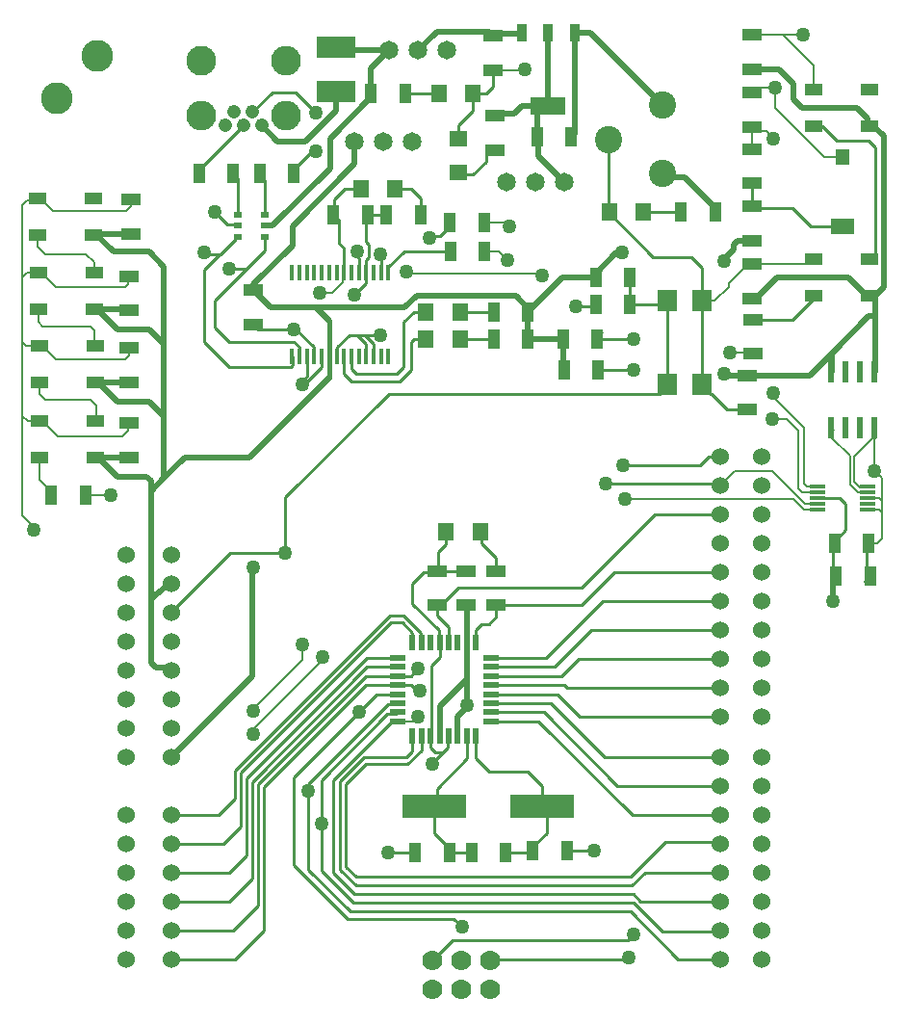
<source format=gtl>
G04*
G04 #@! TF.GenerationSoftware,Altium Limited,Altium Designer,19.1.7 (138)*
G04*
G04 Layer_Physical_Order=1*
G04 Layer_Color=255*
%FSLAX25Y25*%
%MOIN*%
G70*
G01*
G75*
%ADD10C,0.01000*%
%ADD13C,0.00600*%
%ADD17R,0.04400X0.07100*%
%ADD18R,0.02200X0.07800*%
%ADD19R,0.05906X0.03937*%
%ADD20R,0.05787X0.01181*%
%ADD21R,0.05709X0.01181*%
%ADD22R,0.07100X0.04400*%
%ADD23R,0.01370X0.05500*%
%ADD24R,0.13386X0.07480*%
%ADD25R,0.07874X0.05512*%
%ADD26R,0.04724X0.05512*%
%ADD27R,0.05500X0.06300*%
%ADD28R,0.02756X0.02000*%
%ADD29R,0.06300X0.05500*%
%ADD30R,0.12200X0.06300*%
%ADD31R,0.03300X0.06300*%
%ADD32R,0.22047X0.08268*%
%ADD33R,0.05800X0.02000*%
%ADD34R,0.02000X0.05800*%
%ADD35R,0.06693X0.07480*%
%ADD64C,0.02000*%
%ADD65C,0.01500*%
%ADD66C,0.04756*%
%ADD67O,0.10299X0.10299*%
%ADD68C,0.10299*%
%ADD69C,0.06496*%
%ADD70C,0.09449*%
%ADD71C,0.11024*%
%ADD72C,0.07000*%
%ADD73C,0.06000*%
%ADD74C,0.05000*%
D10*
X65500Y33000D02*
Y82500D01*
X55407Y22907D02*
X65500Y33000D01*
X33593Y22907D02*
X55407D01*
X146000Y141500D02*
Y145500D01*
X143500Y139000D02*
X146000Y141500D01*
X141000Y139000D02*
X143500D01*
X120000Y133407D02*
Y136000D01*
X114000Y142000D02*
X120000Y136000D01*
X109172Y142000D02*
X114000D01*
X117000Y132507D02*
Y136000D01*
X113500Y139500D02*
X117000Y136000D01*
X109500Y139500D02*
X113500D01*
X57500Y87500D02*
X109500Y139500D01*
X114175Y268000D02*
X130200D01*
X108634Y262459D02*
X114175Y268000D01*
X216500Y194000D02*
X219500Y197000D01*
X190000Y194000D02*
X216500D01*
X45727Y266773D02*
X50273D01*
X45000Y261500D02*
X50273Y266773D01*
X45000Y236500D02*
Y261500D01*
X65801Y268301D02*
Y273035D01*
X48500Y251000D02*
X65801Y268301D01*
X48500Y241500D02*
Y251000D01*
X43200Y296200D02*
X58500Y311500D01*
X43200Y295000D02*
Y296200D01*
X219500Y197000D02*
X223500D01*
X193407Y237407D02*
X193500Y237500D01*
X33500Y23000D02*
X33593Y22907D01*
X119407Y115907D02*
X119500Y116000D01*
X123500Y100307D02*
Y124500D01*
X123300Y100107D02*
X123500Y100307D01*
Y124500D02*
X126500Y127500D01*
X118593Y115907D02*
X119407D01*
X116593Y117907D02*
X118593Y115907D01*
X116507Y121007D02*
X119000Y123500D01*
X111800Y117907D02*
X116593D01*
X111800Y121007D02*
X116507D01*
X262500Y167000D02*
X267000Y171500D01*
X262500Y155000D02*
Y167000D01*
X274300Y155500D02*
Y167000D01*
X52724Y277276D02*
X56148D01*
X48500Y281500D02*
X52724Y277276D01*
X56270Y273035D02*
X56648D01*
X50385Y266773D02*
X55770Y272158D01*
Y272535D01*
X45000Y267500D02*
X45727Y266773D01*
X53500Y262000D02*
X59000D01*
X55770Y272535D02*
X56270Y273035D01*
X56148Y277276D02*
X56648Y276776D01*
X225949Y213200D02*
X234800D01*
X125500Y157300D02*
X135500D01*
X79500Y222000D02*
X85500Y228000D01*
X79000Y222000D02*
X79500D01*
X79000D02*
Y223191D01*
X80484Y224675D01*
Y231606D01*
X85500Y228000D02*
Y231504D01*
X100957Y256957D02*
Y260394D01*
X97000Y253000D02*
X100957Y256957D01*
X90905Y234789D02*
X95117Y239000D01*
X90905Y231791D02*
Y234789D01*
X76000Y86000D02*
X98500Y108500D01*
X76000Y55500D02*
Y86000D01*
Y55500D02*
X94500Y37000D01*
X85500Y70000D02*
Y85028D01*
Y53500D02*
Y70000D01*
X81000Y54000D02*
Y81375D01*
Y83628D01*
Y54000D02*
X95500Y39500D01*
X81000Y83628D02*
X108479Y111107D01*
X85500Y85028D02*
X108379Y107907D01*
X85500Y53500D02*
X96500Y42500D01*
X209000Y23000D02*
X223500D01*
X192500Y39500D02*
X209000Y23000D01*
X95500Y39500D02*
X192500D01*
X53875Y163500D02*
X73000D01*
X33500Y143125D02*
X53875Y163500D01*
X73000D02*
Y182750D01*
X108836Y218586D01*
X202476D01*
X184000Y187500D02*
X223000D01*
X223500Y187000D01*
X106000Y267000D02*
X106075Y266925D01*
Y260394D02*
Y266925D01*
X108634Y260394D02*
Y262459D01*
X98000Y266000D02*
Y268000D01*
X91400Y270894D02*
X93279Y269015D01*
Y260394D02*
Y269015D01*
X274884Y306116D02*
X277146Y303854D01*
Y265299D02*
Y303854D01*
X235000Y244300D02*
X248469D01*
X256870Y252701D01*
X256370D02*
X257354D01*
X263923Y306116D02*
X274884D01*
X258839Y311201D02*
X263923Y306116D01*
X257854Y311201D02*
X258839D01*
X234500Y283500D02*
Y291500D01*
X235000Y283000D02*
X248500D01*
X234500Y283500D02*
X235000Y283000D01*
X248500D02*
X255008Y276492D01*
X268000D01*
X265000Y182500D02*
X267000Y180500D01*
X257339Y182500D02*
X265000D01*
X267000Y171500D02*
Y180500D01*
X262000Y206800D02*
X262600Y206200D01*
X257453Y178449D02*
X257531D01*
X257582Y178500D01*
X257339Y178563D02*
X257453Y178449D01*
X193500Y45500D02*
X196000Y43000D01*
X97000Y45500D02*
X193500D01*
X196000Y43000D02*
X223500D01*
X193000Y48500D02*
X197500Y53000D01*
X97500Y48500D02*
X193000D01*
X197500Y53000D02*
X223500D01*
X192500Y51500D02*
X204500Y63500D01*
X97500Y51500D02*
X192500D01*
X204500Y63500D02*
X223000D01*
X193500Y42500D02*
X203500Y32500D01*
X96500Y42500D02*
X193500D01*
X203500Y32500D02*
X223000D01*
X170500Y117000D02*
X223500D01*
X169593Y117907D02*
X170500Y117000D01*
X144200Y117907D02*
X169593D01*
X168507Y121007D02*
X174500Y127000D01*
X144200Y121007D02*
X168507D01*
X174500Y127000D02*
X223500D01*
X166207Y124207D02*
X179000Y137000D01*
X144200Y124207D02*
X166207D01*
X179000Y137000D02*
X223500D01*
X131250Y37000D02*
X134125Y34125D01*
X94500Y37000D02*
X131250D01*
X191500Y29500D02*
X193500Y31500D01*
X131000Y29500D02*
X191500D01*
X124000Y22500D02*
X131000Y29500D01*
X89593Y52907D02*
X97000Y45500D01*
X191500Y23000D02*
X192000Y23500D01*
X144500Y23000D02*
X191500D01*
X144000Y22500D02*
X144500Y23000D01*
X33500Y143000D02*
Y143125D01*
X98500Y108500D02*
X104707Y114707D01*
X111800D01*
X53500Y43000D02*
X61500Y51000D01*
X33500Y43000D02*
X53500D01*
X61500Y51000D02*
Y84328D01*
X111653Y124354D02*
X111800Y124207D01*
X55000Y33000D02*
X63500Y41500D01*
X33500Y33000D02*
X55000D01*
X63500Y41500D02*
Y83500D01*
X180000Y60500D02*
X180500Y61000D01*
X170500Y60500D02*
X180000D01*
X108500Y60000D02*
X118000D01*
X163500Y66650D02*
Y74500D01*
X162000Y76000D02*
X163500Y74500D01*
X158700Y61850D02*
X163500Y66650D01*
X158700Y60500D02*
Y61850D01*
X158200Y60000D02*
X158700Y60500D01*
X149300Y60000D02*
X158200D01*
X129800D02*
X137500D01*
X124598Y66552D02*
X129800Y61350D01*
Y60000D02*
Y61350D01*
X124598Y66552D02*
Y76000D01*
X162000D02*
Y83000D01*
X157000Y88000D02*
X162000Y83000D01*
X143500Y88000D02*
X157000D01*
X139000Y92500D02*
X143500Y88000D01*
X139000Y92500D02*
Y100107D01*
X125500Y76902D02*
Y82000D01*
X124598Y76000D02*
X125500Y76902D01*
Y82000D02*
X135900Y92400D01*
Y100107D01*
X181000Y236200D02*
X182207Y237407D01*
X193407D01*
X181300Y227000D02*
X193500D01*
X181000Y236200D02*
Y237500D01*
X202476Y218586D02*
X205323Y221432D01*
Y221826D02*
Y250826D01*
Y221432D02*
Y221826D01*
X124000Y90500D02*
Y91000D01*
X127500Y94500D01*
X129207Y96207D02*
Y99714D01*
X127500Y94500D02*
X129207Y96207D01*
X125000Y94500D02*
X127500D01*
X123300Y96200D02*
X125000Y94500D01*
X123300Y96200D02*
Y100107D01*
X129207Y99714D02*
X129600Y100107D01*
X126500Y127500D02*
Y132407D01*
X126400Y132507D02*
X126500Y132407D01*
X121000Y157000D02*
X125200D01*
X125500Y157300D01*
X117000Y153000D02*
X121000Y157000D01*
X117000Y146000D02*
Y153000D01*
Y146000D02*
X126093Y136907D01*
Y132814D02*
Y136907D01*
Y132814D02*
X126400Y132507D01*
X126000Y157800D02*
Y164000D01*
X125500Y157300D02*
X126000Y157800D01*
Y164000D02*
X128600Y166600D01*
Y172000D01*
X140400D02*
X141000Y171400D01*
Y167000D02*
Y171400D01*
Y167000D02*
X146000Y162000D01*
Y157300D02*
Y162000D01*
X175500Y151500D02*
X201000Y177000D01*
X223500D01*
X132850Y151500D02*
X175500D01*
X126850Y145500D02*
X132850Y151500D01*
X125500Y145500D02*
X126850D01*
X175500D02*
X187000Y157000D01*
X223500D01*
X146000Y145500D02*
X175500D01*
X163307Y127307D02*
X183000Y147000D01*
X223500D01*
X144200Y127307D02*
X163307D01*
X175000Y107000D02*
X223500D01*
X167293Y114707D02*
X175000Y107000D01*
X144200Y114707D02*
X167293D01*
X183500Y93000D02*
X223500D01*
X164893Y111607D02*
X183500Y93000D01*
X144200Y111607D02*
X164893D01*
X188000Y83000D02*
X223500D01*
X162593Y108407D02*
X188000Y83000D01*
X144200Y108407D02*
X162593D01*
X193914Y72914D02*
X194000Y73000D01*
X193086Y72914D02*
X193914D01*
X194000Y73000D02*
X223500D01*
X160693Y105307D02*
X193086Y72914D01*
X144200Y105307D02*
X160693D01*
X223000Y63500D02*
X223500Y63000D01*
X94000Y55000D02*
X97500Y51500D01*
X94000Y55000D02*
Y83500D01*
X101000Y90500D01*
X115328D01*
X120100Y95272D01*
Y100107D01*
X92000Y54000D02*
X97500Y48500D01*
X92000Y54000D02*
Y84579D01*
X100211Y92789D01*
X114789D01*
X117000Y95000D01*
Y100107D01*
X89593Y52907D02*
Y85000D01*
X109900Y105307D01*
X111800D01*
X223000Y32500D02*
X223500Y33000D01*
X108379Y107907D02*
X111300D01*
X111800Y108407D01*
X108479Y111107D02*
X111300D01*
X111800Y111607D01*
X50000Y73000D02*
X55500Y78500D01*
X33500Y73000D02*
X50000D01*
X55500Y78500D02*
Y88328D01*
X109172Y142000D01*
X57500Y69000D02*
Y87500D01*
X51500Y63000D02*
X57500Y69000D01*
X33500Y63000D02*
X51500D01*
X33500Y53000D02*
X53500D01*
X59500Y59000D01*
Y85614D01*
X101193Y127307D01*
X111386Y124207D02*
X111593Y124000D01*
X61500Y84328D02*
X101379Y124207D01*
X111386D01*
X65500Y82500D02*
X100907Y117907D01*
X63500Y83500D02*
X101007Y121007D01*
X100907Y117907D02*
X111800D01*
X101007Y121007D02*
X111800D01*
X101193Y127307D02*
X111800D01*
X120000Y133407D02*
X120500Y132907D01*
X111593Y124000D02*
X111800Y124207D01*
X181000Y237500D02*
Y238300D01*
X182700Y240000D01*
X120100Y132507D02*
X120500Y132907D01*
X139000Y137000D02*
X141000Y139000D01*
X139000Y132507D02*
Y137000D01*
X125500Y142000D02*
Y145500D01*
Y142000D02*
X129600Y137900D01*
Y132507D02*
Y137900D01*
X102000Y266048D02*
Y270157D01*
X100957Y265005D02*
X102000Y266048D01*
X100957Y271200D02*
X102000Y270157D01*
X82858Y231791D02*
Y234789D01*
X76647Y241000D02*
X82858Y234789D01*
X63700Y241000D02*
X76647D01*
X62000Y242700D02*
X63700Y241000D01*
X48500Y241500D02*
X53500Y236500D01*
X76029D01*
X144500Y237500D02*
X146000Y236000D01*
X133400Y237500D02*
X144500D01*
X133400Y247000D02*
X146000D01*
X220563Y218586D02*
X225949Y213200D01*
X220169Y218586D02*
X220563D01*
X217323Y221432D02*
X220169Y218586D01*
X217323Y221432D02*
Y221826D01*
Y250826D01*
X200200Y266000D02*
X213500D01*
X217323Y262177D01*
Y250826D02*
Y262177D01*
X185100Y281100D02*
X200200Y266000D01*
X185100Y281100D02*
Y281500D01*
X100500Y239000D02*
X106000D01*
X203997Y249500D02*
X205323Y250826D01*
X192300Y249500D02*
X203997D01*
X192300D02*
Y259000D01*
X180000Y249000D02*
X180500Y249500D01*
X173500Y249000D02*
X180000D01*
X123000Y272500D02*
X123765Y273265D01*
X126615D01*
X130000Y276650D01*
Y278000D01*
X98000Y266000D02*
X98398Y265602D01*
X100957Y271200D02*
Y279957D01*
Y260394D02*
Y265005D01*
X98398Y260394D02*
Y265602D01*
X45000Y236500D02*
X53500Y228000D01*
X74914D01*
X75500Y228586D01*
Y231472D01*
X75366Y231606D02*
X75500Y231472D01*
X76029Y236500D02*
X77740Y234789D01*
Y231791D02*
Y234789D01*
Y231791D02*
X77925Y231606D01*
X97808Y239000D02*
X100500D01*
X95117D02*
X97808D01*
X100952Y235856D01*
Y231611D02*
Y235856D01*
Y231611D02*
X100957Y231606D01*
X103516D02*
Y235984D01*
X100500Y239000D02*
X103516Y235984D01*
X90720Y231606D02*
X90905Y231791D01*
X85500Y231504D02*
X85602Y231606D01*
X117500Y237500D02*
X121600D01*
X116500Y236500D02*
X117500Y237500D01*
X116500Y227000D02*
Y236500D01*
X112500Y223000D02*
X116500Y227000D01*
X96000Y223000D02*
X112500D01*
X93279Y225721D02*
X96000Y223000D01*
X93279Y225721D02*
Y231606D01*
X117500Y247000D02*
X121600D01*
X114000Y243500D02*
X117500Y247000D01*
X114000Y228000D02*
Y243500D01*
X111500Y225500D02*
X114000Y228000D01*
X97500Y225500D02*
X111500D01*
X95839Y227161D02*
X97500Y225500D01*
X95839Y227161D02*
Y231606D01*
X82858Y231791D02*
X83043Y231606D01*
X91400Y270894D02*
Y278800D01*
X89700Y280500D02*
X91400Y278800D01*
X100957Y279957D02*
X101500Y280500D01*
X119800D02*
Y286200D01*
X116500Y289500D02*
X119800Y286200D01*
X110900Y289500D02*
X116500D01*
X101500Y280500D02*
X108000D01*
X90000Y286000D02*
X93500Y289500D01*
X99100D01*
X90000Y280800D02*
Y286000D01*
X89700Y280500D02*
X90000Y280800D01*
X82150Y302500D02*
X83500D01*
X76000Y296350D02*
X82150Y302500D01*
X63200Y295000D02*
X65801Y292399D01*
Y280516D02*
Y292399D01*
X76000Y295000D02*
Y296350D01*
X76500Y323000D02*
X83500Y316000D01*
X68425Y323000D02*
X76500D01*
X61650Y316224D02*
X68425Y323000D01*
X56648Y280516D02*
Y293352D01*
X55000Y295000D02*
X56648Y293352D01*
X196900Y281500D02*
X210000D01*
X184996Y281604D02*
Y306720D01*
Y281604D02*
X185100Y281500D01*
X133600Y294500D02*
X138000D01*
X133000Y295100D02*
X133600Y294500D01*
X138000D02*
X142450Y298950D01*
Y301300D01*
X144150Y303000D01*
X145500D01*
X138000Y316500D02*
Y322400D01*
X137900Y322500D02*
X138000Y322400D01*
X133000Y311500D02*
X138000Y316500D01*
X133000Y306900D02*
Y311500D01*
X145000Y325000D02*
Y330700D01*
X142500Y322500D02*
X145000Y325000D01*
X137900Y322500D02*
X142500D01*
X114500D02*
X126100D01*
D13*
X79000Y126500D02*
Y132000D01*
X62000Y109500D02*
X79000Y126500D01*
X248914Y182086D02*
X252437Y178563D01*
X190500Y182086D02*
X248914D01*
X253545Y186455D02*
X257320D01*
X252500Y187500D02*
X253545Y186455D01*
X252500Y187500D02*
Y206937D01*
X252031Y184468D02*
X257339D01*
X250500Y186000D02*
X252031Y184468D01*
X250500Y186000D02*
Y206000D01*
X252969Y180532D02*
X257339D01*
X241500Y192000D02*
X252969Y180532D01*
X228500Y192000D02*
X241500D01*
X252437Y178563D02*
X257339D01*
X223500Y187000D02*
X228500Y192000D01*
X221569Y250826D02*
X226410Y255666D01*
Y256760D01*
X233150Y263500D01*
X234500D01*
X217323Y250826D02*
X221569D01*
X254186Y263631D02*
X255854Y265299D01*
X234631Y263631D02*
X254186D01*
X234500Y263500D02*
X234631Y263631D01*
X62000Y102500D02*
X86000Y126500D01*
X62000Y101000D02*
Y102500D01*
Y109000D02*
Y109500D01*
X155700Y330700D02*
X156000Y331000D01*
X145000Y330700D02*
X155700D01*
X234500Y213500D02*
X234800Y213200D01*
X235937Y212063D01*
X279500Y181500D02*
Y189500D01*
X277000Y192000D02*
X279500Y189500D01*
X277000Y192000D02*
Y203000D01*
X277500Y203500D01*
X277000Y204000D02*
X277500Y203500D01*
X273600Y153600D02*
X275500Y155500D01*
X277000Y204000D02*
Y206800D01*
X274661Y186437D02*
X274739Y186359D01*
X-14000Y171500D02*
Y172500D01*
X-18000Y176500D02*
X-14000Y172500D01*
X246500Y210000D02*
X250500Y206000D01*
X241500Y210000D02*
X246500D01*
X242000Y217437D02*
X252500Y206937D01*
X242000Y217437D02*
Y219000D01*
X227000Y233000D02*
X234500D01*
X235000Y232500D01*
X85000Y253500D02*
X89100D01*
X92895Y257294D01*
Y260009D01*
X93279Y260394D01*
X-18000Y176500D02*
Y211000D01*
X18500Y206000D02*
Y208000D01*
X19000Y208500D01*
X16500Y204000D02*
X18500Y206000D01*
X-5862Y204000D02*
X16500D01*
X-11161Y209299D02*
X-5862Y204000D01*
X-12146Y209299D02*
X-11161D01*
X19000Y232000D02*
Y234500D01*
X17500Y230500D02*
X19000Y232000D01*
X-6362Y230500D02*
X17500D01*
X-11161Y235299D02*
X-6362Y230500D01*
X-12146Y235299D02*
X-11161D01*
X18500Y256500D02*
Y258800D01*
X19000Y259300D01*
X17500Y255500D02*
X18500Y256500D01*
X-6417Y255500D02*
X17500D01*
X-11516Y260598D02*
X-6417Y255500D01*
X-12500Y260598D02*
X-11516D01*
X19500Y283500D02*
Y285800D01*
X18000Y282000D02*
X19500Y283500D01*
X-7362Y282000D02*
X18000D01*
X-11661Y286299D02*
X-7362Y282000D01*
X-12646Y286299D02*
X-11661D01*
X86000Y126500D02*
Y127500D01*
X150500Y276500D02*
X151000Y276000D01*
X149000Y278000D02*
X150500Y276500D01*
X161250Y260250D02*
X162000Y259500D01*
X115750Y260250D02*
X161250D01*
X115000Y261000D02*
X115750Y260250D01*
X147000Y268000D02*
X150000Y265000D01*
X142000Y268000D02*
X147000D01*
X141800Y278000D02*
X149000D01*
X118500Y107000D02*
X118750D01*
X116807Y105307D02*
X118500Y107000D01*
X111800Y105307D02*
X116807D01*
X3800Y183500D02*
X12500D01*
X-12146Y188996D02*
Y196701D01*
Y188996D02*
X-8000Y184850D01*
Y183500D02*
Y184850D01*
X7500Y209653D02*
Y214500D01*
X7146Y209299D02*
X7500Y209653D01*
X5500Y216500D02*
X7500Y214500D01*
X-10000Y216500D02*
X5500D01*
X-12146Y218646D02*
X-10000Y216500D01*
X-12146Y218646D02*
Y222701D01*
X7000Y235445D02*
Y240500D01*
Y235445D02*
X7146Y235299D01*
X5500Y242000D02*
X7000Y240500D01*
X-11000Y242000D02*
X5500D01*
X-12500Y243500D02*
X-11000Y242000D01*
X-12500Y243500D02*
Y248000D01*
X6791Y260598D02*
Y264209D01*
X4000Y267000D02*
X6791Y264209D01*
X-10000Y267000D02*
X4000D01*
X-12646Y269646D02*
X-10000Y267000D01*
X-12646Y269646D02*
Y273701D01*
X-16500Y285500D02*
X-13445D01*
X-18000Y284000D02*
X-16500Y285500D01*
X-18000Y259000D02*
Y284000D01*
X-13445Y285500D02*
X-12646Y286299D01*
X-16249Y209248D02*
X-12196D01*
X-12146Y209299D01*
X-18000Y211000D02*
X-16249Y209248D01*
X-18000Y211000D02*
Y236500D01*
Y259000D02*
X-16402Y260598D01*
X-12500D01*
X-18000Y236500D02*
Y259000D01*
Y236500D02*
X-16799Y235299D01*
X-12146D01*
X245200Y342800D02*
X252300D01*
X255854Y323799D02*
Y332146D01*
X245200Y342800D02*
X255854Y332146D01*
X234500Y342800D02*
X245200D01*
X256370Y265299D02*
X257354D01*
X259492Y300508D02*
X268000D01*
X242500Y317500D02*
X259492Y300508D01*
X242500Y317500D02*
Y324500D01*
X268400Y187376D02*
X271229Y184546D01*
X268400Y187376D02*
Y197100D01*
X271229Y184546D02*
X274584D01*
X262000Y203500D02*
X268400Y197100D01*
X262000Y203500D02*
Y206800D01*
X270000Y197000D02*
X277000Y204000D01*
X270000Y188203D02*
Y197000D01*
Y188203D02*
X271844Y186359D01*
X257320Y186455D02*
X257339Y186437D01*
X236096Y309404D02*
X239596D01*
X234500Y311000D02*
X236096Y309404D01*
X239596D02*
X242000Y307000D01*
X234500Y303300D02*
Y311000D01*
X274724Y186500D02*
X275000D01*
X274661Y186437D02*
X274724Y186500D01*
X271844Y186359D02*
X272000D01*
X236800Y324500D02*
X242500D01*
X234800Y322500D02*
X236800Y324500D01*
X234500Y322800D02*
X234800Y322500D01*
X279500Y177500D02*
Y181500D01*
X278500Y182500D02*
X279500Y181500D01*
X274661Y182500D02*
X278500D01*
X274300Y167000D02*
X278000D01*
X279500Y168500D01*
Y177500D01*
X278437Y178563D02*
X279500Y177500D01*
X274661Y178563D02*
X278437D01*
X274584Y184546D02*
X274661Y184468D01*
D17*
X192300Y259000D02*
D03*
X180500D02*
D03*
X3800Y183500D02*
D03*
X-8000D02*
D03*
X263700Y155500D02*
D03*
X275500D02*
D03*
X263200Y167000D02*
D03*
X275000D02*
D03*
X142000Y268000D02*
D03*
X130200D02*
D03*
X141800Y278000D02*
D03*
X130000D02*
D03*
X145200Y247000D02*
D03*
X157000D02*
D03*
X119800Y280500D02*
D03*
X108000D02*
D03*
X145200Y237500D02*
D03*
X157000D02*
D03*
X192300Y249500D02*
D03*
X180500D02*
D03*
X89700Y280500D02*
D03*
X101500D02*
D03*
X43200Y295000D02*
D03*
X55000D02*
D03*
X64200D02*
D03*
X76000D02*
D03*
X114500Y322500D02*
D03*
X102700D02*
D03*
X210000Y281500D02*
D03*
X221800D02*
D03*
X172000Y307500D02*
D03*
X160200D02*
D03*
X169200Y237500D02*
D03*
X181000D02*
D03*
X158700Y60500D02*
D03*
X170500D02*
D03*
X169500Y227000D02*
D03*
X181300D02*
D03*
X129800Y60000D02*
D03*
X118000D02*
D03*
X137500D02*
D03*
X149300D02*
D03*
D18*
X262000Y226200D02*
D03*
X267000D02*
D03*
X272000D02*
D03*
X277000D02*
D03*
Y206800D02*
D03*
X272000D02*
D03*
X267000D02*
D03*
X262000D02*
D03*
D19*
X275146Y265299D02*
D03*
Y252701D02*
D03*
X255854D02*
D03*
Y265299D02*
D03*
X6646Y286299D02*
D03*
Y273701D02*
D03*
X-12646D02*
D03*
Y286299D02*
D03*
X6791Y260598D02*
D03*
Y248000D02*
D03*
X-12500D02*
D03*
Y260598D02*
D03*
X7146Y235299D02*
D03*
Y222701D02*
D03*
X-12146D02*
D03*
Y235299D02*
D03*
X7146Y209299D02*
D03*
Y196701D02*
D03*
X-12146D02*
D03*
Y209299D02*
D03*
X275146Y323799D02*
D03*
Y311201D02*
D03*
X255854D02*
D03*
Y323799D02*
D03*
D20*
X257339Y178563D02*
D03*
Y180532D02*
D03*
Y182500D02*
D03*
Y184468D02*
D03*
Y186437D02*
D03*
X274661D02*
D03*
Y184468D02*
D03*
Y182500D02*
D03*
Y180532D02*
D03*
D21*
Y178563D02*
D03*
D22*
X146000Y157300D02*
D03*
Y145500D02*
D03*
X145000Y330700D02*
D03*
Y342500D02*
D03*
X19000Y196700D02*
D03*
Y208500D02*
D03*
Y222700D02*
D03*
Y234500D02*
D03*
Y247500D02*
D03*
Y259300D02*
D03*
X19500Y274000D02*
D03*
Y285800D02*
D03*
X235000Y244300D02*
D03*
Y232500D02*
D03*
X233000Y225000D02*
D03*
Y213200D02*
D03*
X234500Y251700D02*
D03*
Y263500D02*
D03*
Y331000D02*
D03*
Y342800D02*
D03*
Y303300D02*
D03*
Y291500D02*
D03*
Y271700D02*
D03*
Y283500D02*
D03*
Y311000D02*
D03*
Y322800D02*
D03*
X62000Y242700D02*
D03*
Y254500D02*
D03*
X145500Y314800D02*
D03*
Y303000D02*
D03*
X125500Y145500D02*
D03*
Y157300D02*
D03*
X135500D02*
D03*
Y145500D02*
D03*
D23*
X75366Y260394D02*
D03*
X77925D02*
D03*
X80484D02*
D03*
X83043D02*
D03*
X85602D02*
D03*
X88161D02*
D03*
X90720D02*
D03*
X93279D02*
D03*
X95839D02*
D03*
X98398D02*
D03*
X100957D02*
D03*
X103516D02*
D03*
X106075D02*
D03*
X108634D02*
D03*
X75366Y231606D02*
D03*
X77925D02*
D03*
X80484D02*
D03*
X83043D02*
D03*
X85602D02*
D03*
X90720D02*
D03*
X88161D02*
D03*
X93279D02*
D03*
X95839D02*
D03*
X98398D02*
D03*
X100957D02*
D03*
X103516D02*
D03*
X106075D02*
D03*
X108634D02*
D03*
D24*
X90500Y323323D02*
D03*
Y338677D02*
D03*
D25*
X266000Y276492D02*
D03*
D26*
Y300508D02*
D03*
D27*
X133400Y247000D02*
D03*
X121600D02*
D03*
X110900Y289500D02*
D03*
X99100D02*
D03*
X133400Y237500D02*
D03*
X121600D02*
D03*
X126100Y322500D02*
D03*
X137900D02*
D03*
X196900Y281500D02*
D03*
X185100D02*
D03*
X140400Y171000D02*
D03*
X128600D02*
D03*
D28*
X65801Y280516D02*
D03*
Y276776D02*
D03*
Y273035D02*
D03*
X56648D02*
D03*
Y276776D02*
D03*
Y280516D02*
D03*
D29*
X133000Y295100D02*
D03*
Y306900D02*
D03*
D30*
X164000Y318294D02*
D03*
D31*
X154900Y343494D02*
D03*
X164000D02*
D03*
X173100D02*
D03*
D32*
X162000Y76000D02*
D03*
X124598D02*
D03*
D33*
X111800Y105307D02*
D03*
Y108407D02*
D03*
Y111607D02*
D03*
Y114707D02*
D03*
Y117907D02*
D03*
Y121007D02*
D03*
Y124207D02*
D03*
Y127307D02*
D03*
X144200D02*
D03*
Y124207D02*
D03*
Y121007D02*
D03*
X144200Y117907D02*
D03*
X144200Y114707D02*
D03*
Y111607D02*
D03*
Y108407D02*
D03*
Y105307D02*
D03*
D34*
X117000Y132507D02*
D03*
X120100D02*
D03*
X123300D02*
D03*
X126400D02*
D03*
X129600Y132507D02*
D03*
X132700Y132507D02*
D03*
X135900D02*
D03*
X139000D02*
D03*
Y100107D02*
D03*
X135900D02*
D03*
X132700D02*
D03*
X129600D02*
D03*
X126400D02*
D03*
X123300D02*
D03*
X120100D02*
D03*
X117000D02*
D03*
D35*
X217323Y250826D02*
D03*
X205323D02*
D03*
X217323Y221826D02*
D03*
X205323D02*
D03*
D64*
X145650Y343150D02*
X154900D01*
X145000Y342500D02*
X145650Y343150D01*
X229700Y271700D02*
X234500D01*
X228328Y270328D02*
X229700Y271700D01*
X160550Y300950D02*
Y307150D01*
X160200Y307500D02*
X160550Y307150D01*
Y300950D02*
X169500Y292000D01*
X173100Y308600D02*
Y343494D01*
X172000Y307500D02*
X173100Y308600D01*
X60564Y196700D02*
X88161Y224297D01*
X143500Y344000D02*
X145000Y342500D01*
X125500Y344000D02*
X143500D01*
X267862Y259000D02*
X274161Y252701D01*
X275146D01*
X243150Y259000D02*
X267862D01*
X235850Y251700D02*
X243150Y259000D01*
X234500Y251700D02*
X235850D01*
X233000Y225000D02*
X254500D01*
X225500D02*
X233000D01*
X228328Y268640D02*
Y270328D01*
X225000Y265312D02*
X228328Y268640D01*
X225000Y264500D02*
Y265312D01*
X274500Y311846D02*
Y314000D01*
Y311846D02*
X275146Y311201D01*
X159500Y292000D02*
X159850Y292350D01*
X225000Y225500D02*
X225500Y225000D01*
X254500D02*
X262100Y232600D01*
X262500Y147000D02*
Y155000D01*
X249000Y320500D02*
Y326000D01*
X244000Y331000D02*
X249000Y326000D01*
X234500Y331000D02*
X244000D01*
X118422Y252550D02*
X152800D01*
X157000Y248350D01*
X68000Y248500D02*
X83500D01*
X114372D01*
X118422Y252550D01*
X157000Y237500D02*
Y247000D01*
X38200Y196700D02*
X60564D01*
X62000Y254500D02*
X68000Y248500D01*
X83500D02*
X88161Y243839D01*
X8130Y196700D02*
X14831Y190000D01*
X8130Y196701D02*
X8130Y196700D01*
X19000D01*
X26500Y185000D02*
Y188500D01*
X25000Y190000D02*
X26500Y188500D01*
X14831Y190000D02*
X25000D01*
X7146Y196701D02*
X8130D01*
X31000Y211000D02*
Y236000D01*
Y189500D02*
Y211000D01*
X8130Y222700D02*
X14831Y216000D01*
X8130Y222701D02*
X8130Y222700D01*
X19000D01*
X26000Y216000D02*
X31000Y211000D01*
X14831Y216000D02*
X26000D01*
X7146Y222701D02*
X8130D01*
X31000Y236000D02*
Y262500D01*
X8026Y247750D02*
X14776Y241000D01*
X7776Y248000D02*
X8026Y247750D01*
X18750D01*
X26000Y241000D02*
X31000Y236000D01*
X14776Y241000D02*
X26000D01*
X6791Y248000D02*
X7776D01*
X25750Y267750D02*
X31000Y262500D01*
X13581Y267750D02*
X25750D01*
X7630Y273701D02*
X13581Y267750D01*
X6646Y273701D02*
X7630D01*
X19350Y273850D02*
X19500Y274000D01*
X6795Y273850D02*
X19350D01*
X6646Y273701D02*
X6795Y273850D01*
X18750Y247750D02*
X19000Y247500D01*
X19000Y222700D02*
X19000Y222700D01*
X19000Y196700D02*
X19000Y196700D01*
X31000Y189500D02*
X38200Y196700D01*
X26500Y185000D02*
X31000Y189500D01*
X252000Y317500D02*
X271000D01*
X249000Y320500D02*
X252000Y317500D01*
X275468Y311201D02*
X276630D01*
X271000Y317500D02*
X274500Y314000D01*
X157000Y247000D02*
X169000Y259000D01*
X135900Y110088D02*
Y119900D01*
X132700Y100107D02*
Y106888D01*
X135900Y110088D01*
X180500Y260350D02*
X187650Y267500D01*
X189500D01*
X180500Y259000D02*
Y260350D01*
X203500Y318500D02*
X204000D01*
X277100Y252655D02*
X280098Y255654D01*
Y307732D01*
X276630Y311201D02*
X280098Y307732D01*
X277100Y245500D02*
Y252655D01*
Y226300D02*
Y245500D01*
X275000D02*
X277100D01*
X262100Y232600D02*
X275000Y245500D01*
X262100Y226300D02*
Y232600D01*
X262000Y226200D02*
X262100Y226300D01*
X277000Y226200D02*
X277100Y226300D01*
X157000Y237500D02*
X169200D01*
X169350Y227150D02*
X169500Y227000D01*
X169350Y227150D02*
Y237350D01*
X169200Y237500D02*
X169350Y237350D01*
X126400Y110400D02*
X135900Y119900D01*
Y132507D01*
X126400Y100107D02*
Y110400D01*
X26500Y147500D02*
Y185000D01*
X61500Y158000D02*
X62000Y158500D01*
X26500Y147500D02*
X28406Y149406D01*
X28824D01*
X32418Y153000D01*
X33500D01*
X26500Y125500D02*
Y147500D01*
Y125500D02*
X28235Y123765D01*
X32735D01*
X33500Y123000D01*
X61500Y121000D02*
Y158000D01*
X33500Y93000D02*
X61500Y121000D01*
X135500Y145500D02*
X135900Y145100D01*
Y132507D02*
Y145100D01*
X119000Y337500D02*
X125500Y344000D01*
X169000Y259000D02*
X180500D01*
X62000Y255850D02*
X62675Y255175D01*
X62000Y256500D02*
X75500Y270000D01*
X62000Y255850D02*
Y256500D01*
X75500Y270000D02*
Y276642D01*
X97000Y298142D01*
Y306000D01*
X68654Y276776D02*
X88500Y296622D01*
X65801Y276776D02*
X68654D01*
X88500Y296622D02*
Y306950D01*
X102700Y321150D01*
X80000Y306000D02*
X90500Y316500D01*
X70299Y306000D02*
X80000D01*
X64799Y311500D02*
X70299Y306000D01*
X90500Y316500D02*
Y323323D01*
X102700Y321150D02*
Y322500D01*
X221800Y281500D02*
Y282850D01*
X211075Y293575D02*
X221800Y282850D01*
X204925Y293575D02*
X211075D01*
X203500Y295000D02*
X204925Y293575D01*
X178506Y343494D02*
X203500Y318500D01*
X173100Y343494D02*
X178506D01*
X164000Y318294D02*
Y343494D01*
X154900Y343150D02*
Y343494D01*
Y318294D02*
X162350D01*
X164000D01*
X160200Y316144D02*
X162350Y318294D01*
X160200Y307500D02*
Y316144D01*
X152050Y315444D02*
X154900Y318294D01*
X146144Y315444D02*
X152050D01*
X145500Y314800D02*
X146144Y315444D01*
X102700Y331200D02*
X109000Y337500D01*
X102700Y322500D02*
Y331200D01*
X107000Y306000D02*
X108500Y307500D01*
X117000Y306000D02*
Y307217D01*
X90500Y338677D02*
X91677Y337500D01*
X109000D01*
D65*
X88161Y224297D02*
Y231606D01*
Y243839D01*
D66*
X64799Y311500D02*
D03*
X58500D02*
D03*
X52201D02*
D03*
X61650Y316224D02*
D03*
X55350D02*
D03*
D67*
X73067Y333744D02*
D03*
Y315043D02*
D03*
X43933D02*
D03*
D68*
Y333744D02*
D03*
D69*
X129000Y337500D02*
D03*
X119000D02*
D03*
X109000D02*
D03*
X169500Y292000D02*
D03*
X159500D02*
D03*
X149500D02*
D03*
X117000Y306000D02*
D03*
X107000D02*
D03*
X97000D02*
D03*
D70*
X203500Y295000D02*
D03*
Y318500D02*
D03*
X184996Y306720D02*
D03*
D71*
X8000Y335500D02*
D03*
X-6000Y321000D02*
D03*
D72*
X124000Y12500D02*
D03*
Y22500D02*
D03*
X134000Y12500D02*
D03*
Y22500D02*
D03*
X144000Y12500D02*
D03*
Y22500D02*
D03*
D73*
X223500Y23000D02*
D03*
Y33000D02*
D03*
Y43000D02*
D03*
Y53000D02*
D03*
Y63000D02*
D03*
Y73000D02*
D03*
Y83000D02*
D03*
Y93000D02*
D03*
X18000Y73000D02*
D03*
Y63000D02*
D03*
Y53000D02*
D03*
Y43000D02*
D03*
Y33000D02*
D03*
Y23000D02*
D03*
X33500Y163000D02*
D03*
Y153000D02*
D03*
Y143000D02*
D03*
Y133000D02*
D03*
Y123000D02*
D03*
Y113000D02*
D03*
Y103000D02*
D03*
Y93000D02*
D03*
Y73000D02*
D03*
Y63000D02*
D03*
Y53000D02*
D03*
Y43000D02*
D03*
Y33000D02*
D03*
Y23000D02*
D03*
X223500Y107000D02*
D03*
Y117000D02*
D03*
Y127000D02*
D03*
Y137000D02*
D03*
Y147000D02*
D03*
Y157000D02*
D03*
Y167000D02*
D03*
Y177000D02*
D03*
Y187000D02*
D03*
Y197000D02*
D03*
X238000Y107000D02*
D03*
Y117000D02*
D03*
Y127000D02*
D03*
Y137000D02*
D03*
Y147000D02*
D03*
Y157000D02*
D03*
Y167000D02*
D03*
Y177000D02*
D03*
Y187000D02*
D03*
Y197000D02*
D03*
X18000Y163000D02*
D03*
Y153000D02*
D03*
Y143000D02*
D03*
Y133000D02*
D03*
Y123000D02*
D03*
Y113000D02*
D03*
Y103000D02*
D03*
Y93000D02*
D03*
X238000Y23000D02*
D03*
Y33000D02*
D03*
Y43000D02*
D03*
Y53000D02*
D03*
Y63000D02*
D03*
Y73000D02*
D03*
Y83000D02*
D03*
Y93000D02*
D03*
D74*
X79000Y132000D02*
D03*
X190000Y194000D02*
D03*
X190500Y182086D02*
D03*
X119500Y116000D02*
D03*
X119000Y123500D02*
D03*
X62000Y101000D02*
D03*
Y109000D02*
D03*
X155850Y330850D02*
D03*
X225000Y225500D02*
D03*
X277000Y192000D02*
D03*
X262500Y147000D02*
D03*
X53500Y262000D02*
D03*
X48500Y281500D02*
D03*
X45000Y267500D02*
D03*
X-14000Y171500D02*
D03*
X241500Y210000D02*
D03*
X242000Y219000D02*
D03*
X227000Y233000D02*
D03*
X85000Y253500D02*
D03*
X79000Y222000D02*
D03*
X97000Y253000D02*
D03*
X85500Y70000D02*
D03*
X81000Y81375D02*
D03*
X86000Y127500D02*
D03*
X150000Y265000D02*
D03*
X162000Y259500D02*
D03*
X115000Y261000D02*
D03*
X150500Y276500D02*
D03*
X73000Y163500D02*
D03*
X184000Y187500D02*
D03*
X118750Y107000D02*
D03*
X12500Y183500D02*
D03*
X106000Y267000D02*
D03*
X98000Y268000D02*
D03*
X136000Y111000D02*
D03*
X225000Y264500D02*
D03*
X189500Y267500D02*
D03*
X252300Y342800D02*
D03*
X242000Y307000D02*
D03*
X242500Y324500D02*
D03*
X134125Y34125D02*
D03*
X193500Y31500D02*
D03*
X192000Y23500D02*
D03*
X98500Y108500D02*
D03*
X180000Y60500D02*
D03*
X108500Y60000D02*
D03*
X193500Y237500D02*
D03*
Y227000D02*
D03*
X124000Y90500D02*
D03*
X62000Y158500D02*
D03*
X76000Y241000D02*
D03*
X106000Y239000D02*
D03*
X123000Y272500D02*
D03*
X173500Y249000D02*
D03*
X83500Y302500D02*
D03*
Y316000D02*
D03*
M02*

</source>
